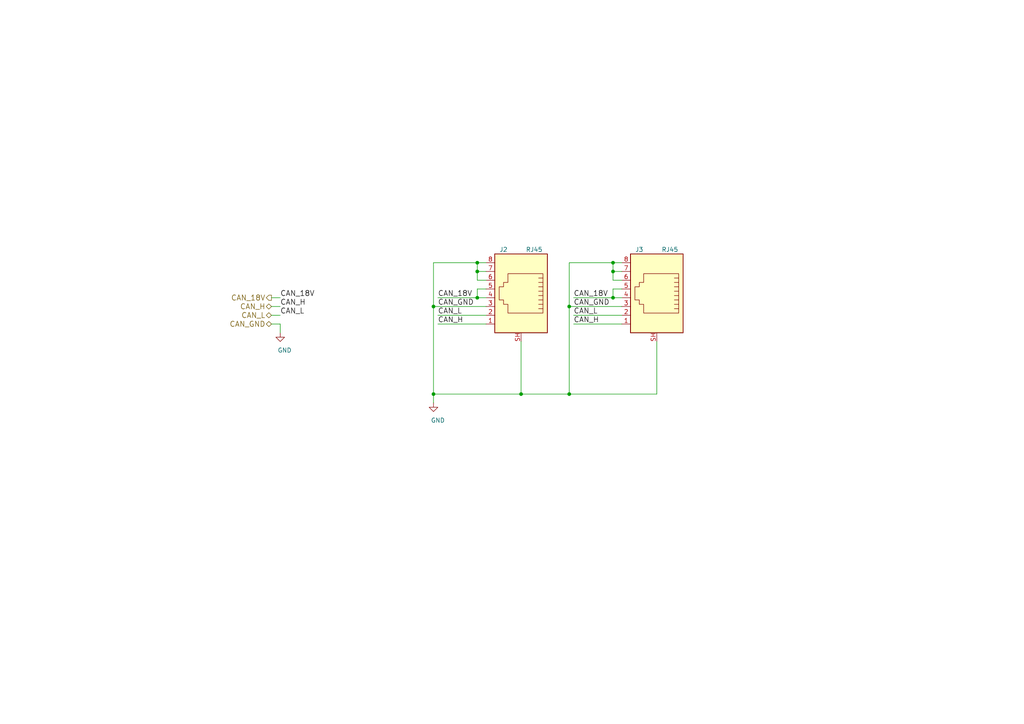
<source format=kicad_sch>
(kicad_sch (version 20211123) (generator eeschema)
  (paper "A4")
  (lib_symbols
    (symbol "Connector:RJ45_Shielded" (pin_names (offset 1.016))
      (property "Reference" "J" (at -5.08 13.97 0))
      (property "Value" "RJ45_Shielded" (at 2.54 13.97 0))
      (symbol "RJ45_Shielded_0_1"
        (polyline (pts (xy -5.08 4.445) (xy -6.35 4.445)))
        (polyline (pts (xy -5.08 5.715) (xy -6.35 5.715)))
        (polyline (pts (xy -6.35 -3.175) (xy -5.08 -3.175) (xy -5.08 -3.175)))
        (polyline (pts (xy -6.35 -1.905) (xy -5.08 -1.905) (xy -5.08 -1.905)))
        (polyline (pts (xy -6.35 -0.635) (xy -5.08 -0.635) (xy -5.08 -0.635)))
        (polyline (pts (xy -6.35 0.635) (xy -5.08 0.635) (xy -5.08 0.635)))
        (polyline (pts (xy -6.35 1.905) (xy -5.08 1.905) (xy -5.08 1.905)))
        (polyline (pts (xy -5.08 3.175) (xy -6.35 3.175) (xy -6.35 3.175)))
        (polyline (pts (xy -6.35 -4.445) (xy -6.35 6.985) (xy 3.81 6.985) (xy 3.81 4.445) (xy 5.08 4.445) (xy 5.08 3.175) (xy 6.35 3.175) (xy 6.35 -0.635) (xy 5.08 -0.635) (xy 5.08 -1.905) (xy 3.81 -1.905) (xy 3.81 -4.445) (xy -6.35 -4.445) (xy -6.35 -4.445)))
        (rectangle (start 7.62 12.7) (end -7.62 -10.16) (stroke (width 0.254)) (fill (type background)))
      )
      (symbol "RJ45_Shielded_1_1"
        (pin passive line (at 10.16 -7.62 180) (length 2.54) (name "~") (number "1"))
        (pin passive line (at 10.16 -5.08 180) (length 2.54) (name "~") (number "2"))
        (pin passive line (at 10.16 -2.54 180) (length 2.54) (name "~") (number "3"))
        (pin passive line (at 10.16 0 180) (length 2.54) (name "~") (number "4"))
        (pin passive line (at 10.16 2.54 180) (length 2.54) (name "~") (number "5"))
        (pin passive line (at 10.16 5.08 180) (length 2.54) (name "~") (number "6"))
        (pin passive line (at 10.16 7.62 180) (length 2.54) (name "~") (number "7"))
        (pin passive line (at 10.16 10.16 180) (length 2.54) (name "~") (number "8"))
        (pin passive line (at 0 -12.7 90) (length 2.54) (name "~") (number "SH"))
      )
    )
    (symbol "power:GND" (power) (pin_names (offset 0))
      (property "Value" "GND" (at 0 -3.81 0))
      (symbol "GND_0_1"
        (polyline (pts (xy 0 0) (xy 0 -1.27) (xy 1.27 -1.27) (xy 0 -2.54) (xy -1.27 -1.27) (xy 0 -1.27)))
      )
      (symbol "GND_1_1"
        (pin power_in line (at 0 0 270) (length 0) hide (name "GND") (number "1"))
      )
    )
  )
  (junction (at 138.43 76.2))
  (junction (at 165.1 88.9))
  (junction (at 151.13 114.3))
  (junction (at 177.8 76.2))
  (junction (at 138.43 86.36))
  (junction (at 177.8 86.36))
  (junction (at 125.73 88.9))
  (junction (at 177.8 78.74))
  (junction (at 138.43 78.74))
  (junction (at 165.1 114.3))
  (junction (at 125.73 114.3))
  (wire (pts (xy 140.97 83.82) (xy 138.43 83.82)))
  (wire (pts (xy 165.1 76.2) (xy 165.1 88.9)))
  (wire (pts (xy 138.43 83.82) (xy 138.43 86.36)))
  (wire (pts (xy 151.13 114.3) (xy 151.13 99.06)))
  (wire (pts (xy 177.8 83.82) (xy 177.8 86.36)))
  (wire (pts (xy 165.1 88.9) (xy 165.1 114.3)))
  (wire (pts (xy 125.73 114.3) (xy 151.13 114.3)))
  (wire (pts (xy 166.37 91.44) (xy 180.34 91.44)))
  (wire (pts (xy 177.8 76.2) (xy 165.1 76.2)))
  (wire (pts (xy 166.37 86.36) (xy 177.8 86.36)))
  (wire (pts (xy 180.34 76.2) (xy 177.8 76.2)))
  (wire (pts (xy 165.1 88.9) (xy 180.34 88.9)))
  (wire (pts (xy 127 91.44) (xy 140.97 91.44)))
  (wire (pts (xy 81.28 91.44) (xy 78.74 91.44)))
  (wire (pts (xy 190.5 114.3) (xy 190.5 99.06)))
  (wire (pts (xy 78.74 93.98) (xy 81.28 93.98)))
  (wire (pts (xy 180.34 81.28) (xy 177.8 81.28)))
  (wire (pts (xy 138.43 76.2) (xy 125.73 76.2)))
  (wire (pts (xy 140.97 81.28) (xy 138.43 81.28)))
  (wire (pts (xy 125.73 88.9) (xy 125.73 114.3)))
  (wire (pts (xy 138.43 78.74) (xy 138.43 76.2)))
  (wire (pts (xy 180.34 78.74) (xy 177.8 78.74)))
  (wire (pts (xy 125.73 114.3) (xy 125.73 116.84)))
  (wire (pts (xy 140.97 76.2) (xy 138.43 76.2)))
  (wire (pts (xy 140.97 93.98) (xy 127 93.98)))
  (wire (pts (xy 180.34 83.82) (xy 177.8 83.82)))
  (wire (pts (xy 125.73 76.2) (xy 125.73 88.9)))
  (wire (pts (xy 125.73 88.9) (xy 140.97 88.9)))
  (wire (pts (xy 138.43 81.28) (xy 138.43 78.74)))
  (wire (pts (xy 140.97 78.74) (xy 138.43 78.74)))
  (wire (pts (xy 81.28 93.98) (xy 81.28 96.52)))
  (wire (pts (xy 180.34 93.98) (xy 166.37 93.98)))
  (wire (pts (xy 151.13 114.3) (xy 165.1 114.3)))
  (wire (pts (xy 138.43 86.36) (xy 140.97 86.36)))
  (wire (pts (xy 177.8 86.36) (xy 180.34 86.36)))
  (wire (pts (xy 165.1 114.3) (xy 190.5 114.3)))
  (wire (pts (xy 78.74 88.9) (xy 81.28 88.9)))
  (wire (pts (xy 78.74 86.36) (xy 81.28 86.36)))
  (wire (pts (xy 177.8 81.28) (xy 177.8 78.74)))
  (wire (pts (xy 127 86.36) (xy 138.43 86.36)))
  (wire (pts (xy 177.8 78.74) (xy 177.8 76.2)))
  (label "CAN_18V" (at 81.28 86.36 0) (effects (font (size 1.524 1.524))))
  (label "CAN_L" (at 127 91.44 0) (effects (font (size 1.524 1.524))))
  (label "CAN_H" (at 127 93.98 0) (effects (font (size 1.524 1.524))))
  (label "CAN_H" (at 166.37 93.98 0) (effects (font (size 1.524 1.524))))
  (label "CAN_GND" (at 127 88.9 0) (effects (font (size 1.524 1.524))))
  (label "CAN_L" (at 81.28 91.44 0) (effects (font (size 1.524 1.524))))
  (label "CAN_L" (at 166.37 91.44 0) (effects (font (size 1.524 1.524))))
  (label "CAN_GND" (at 166.37 88.9 0) (effects (font (size 1.524 1.524))))
  (label "CAN_H" (at 81.28 88.9 0) (effects (font (size 1.524 1.524))))
  (label "CAN_18V" (at 127 86.36 0) (effects (font (size 1.524 1.524))))
  (label "CAN_18V" (at 166.37 86.36 0) (effects (font (size 1.524 1.524))))
  (hierarchical_label "CAN_H" (shape bidirectional) (at 78.74 88.9 180) (effects (font (size 1.524 1.524))))
  (hierarchical_label "CAN_18V" (shape output) (at 78.74 86.36 180) (effects (font (size 1.524 1.524))))
  (hierarchical_label "CAN_GND" (shape bidirectional) (at 78.74 93.98 180) (effects (font (size 1.524 1.524))))
  (hierarchical_label "CAN_L" (shape bidirectional) (at 78.74 91.44 180) (effects (font (size 1.524 1.524))))
  (symbol (lib_id "Connector:RJ45_Shielded") (at 190.5 86.36 0) (mirror y) (unit 1)
    (property "Reference" "J3" (at 185.42 72.39 0))
    (property "Value" "RJ45" (at 194.31 72.39 0))
    (property "Footprint" "KicadZeniteSolarLibrary18:RJ45_YH59_01" (effects hide))
  )
  (symbol (lib_id "Connector:RJ45_Shielded") (at 151.13 86.36 0) (mirror y) (unit 1)
    (property "Reference" "J2" (at 146.05 72.39 0))
    (property "Value" "RJ45" (at 154.94 72.39 0))
    (property "Footprint" "KicadZeniteSolarLibrary18:RJ45_YH59_01" (effects hide))
  )
  (symbol (lib_id "power:GND") (at 125.73 116.84 0) (unit 1)
    (property "Reference" "#PWR036" (effects hide))
    (property "Value" "GND" (at 127 121.92 0))
  )
  (symbol (lib_id "power:GND") (at 81.28 96.52 0) (unit 1)
    (property "Reference" "#PWR035" (effects hide))
    (property "Value" "GND" (at 82.55 101.6 0))
  )
)
</source>
